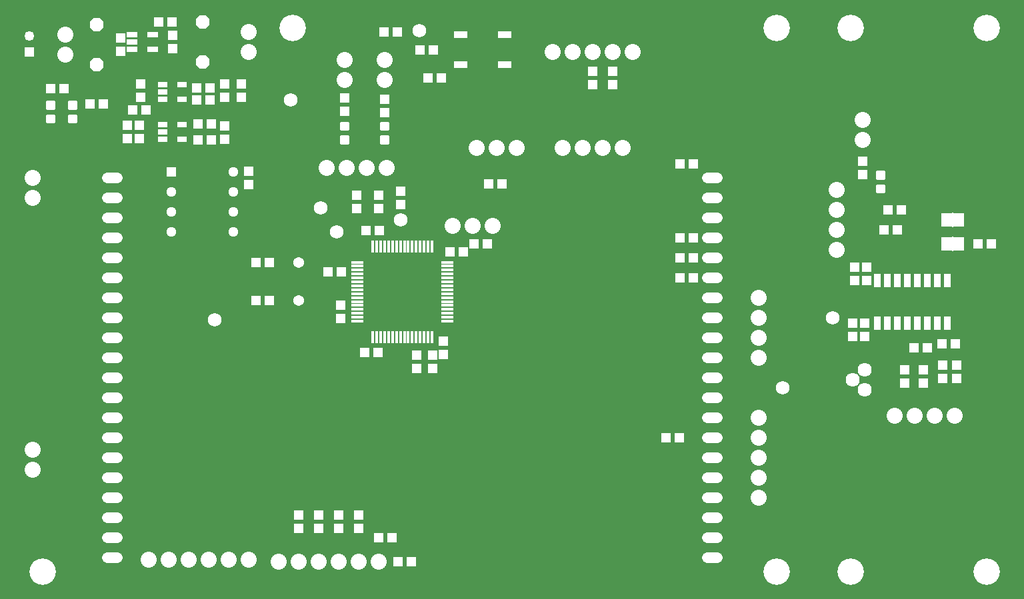
<source format=gts>
G04 EAGLE Gerber RS-274X export*
G04 #@! %TF.Part,Single*
G04 #@! %TF.FileFunction,Soldermask,Top,1*
G04 #@! %TF.FilePolarity,Negative*
G04 #@! %TF.GenerationSoftware,Autodesk,EAGLE,9.6.2*
G04 #@! %TF.CreationDate,2022-03-11T18:21:18Z*
G75*
%MOMM*%
%FSLAX34Y34*%
%LPD*%
%INSoldermask Top*%
%IPNEG*%
%AMOC8*
5,1,8,0,0,1.08239X$1,22.5*%
G01*
%ADD10C,3.352800*%
%ADD11R,1.252400X1.152400*%
%ADD12R,1.152400X1.252400*%
%ADD13P,1.896997X8X112.500000*%
%ADD14R,1.627400X0.452400*%
%ADD15R,0.452400X1.627400*%
%ADD16R,1.302400X0.752400*%
%ADD17R,0.852400X1.677400*%
%ADD18R,1.282400X1.282400*%
%ADD19C,1.282400*%
%ADD20C,2.032000*%
%ADD21R,1.252400X1.252400*%
%ADD22C,1.252400*%
%ADD23C,0.449434*%
%ADD24C,1.787400*%
%ADD25C,1.371600*%
%ADD26R,1.676400X0.914400*%
%ADD27R,1.320800X1.752600*%
%ADD28R,0.152400X1.828800*%
%ADD29C,1.371600*%
%ADD30C,1.752400*%
%ADD31R,1.352400X0.702400*%


D10*
X970280Y728980D03*
X970280Y38100D03*
X38100Y38100D03*
X355600Y728980D03*
X1064260Y728980D03*
X1236980Y728980D03*
X1236980Y38100D03*
X1064260Y38100D03*
D11*
X152790Y624840D03*
X169790Y624840D03*
D12*
X146050Y605400D03*
X146050Y588400D03*
X513080Y313300D03*
X513080Y296300D03*
X533400Y313300D03*
X533400Y296300D03*
D11*
X489340Y50800D03*
X506340Y50800D03*
X465210Y81280D03*
X482210Y81280D03*
D12*
X1066800Y353940D03*
X1066800Y336940D03*
X1082040Y353940D03*
X1082040Y336940D03*
D11*
X1144660Y322580D03*
X1161660Y322580D03*
X517280Y701040D03*
X534280Y701040D03*
X1180220Y327660D03*
X1197220Y327660D03*
D12*
X290830Y657470D03*
X290830Y640470D03*
X137160Y698890D03*
X137160Y715890D03*
X299720Y546980D03*
X299720Y529980D03*
D13*
X241300Y685800D03*
X241300Y736600D03*
X106680Y681990D03*
X106680Y732790D03*
D12*
X203200Y719700D03*
X203200Y702700D03*
D11*
X464430Y316230D03*
X447430Y316230D03*
D12*
X547370Y331080D03*
X547370Y314080D03*
D11*
X555380Y444500D03*
X572380Y444500D03*
X448700Y471170D03*
X465700Y471170D03*
D12*
X269240Y657470D03*
X269240Y640470D03*
D11*
X309000Y382270D03*
X326000Y382270D03*
X309000Y430530D03*
X326000Y430530D03*
X251070Y637540D03*
X234070Y637540D03*
D12*
X162560Y657470D03*
X162560Y640470D03*
X161290Y605400D03*
X161290Y588400D03*
X416560Y359800D03*
X416560Y376800D03*
X269240Y604130D03*
X269240Y587130D03*
D11*
X252340Y586740D03*
X235340Y586740D03*
D14*
X437920Y431200D03*
X437920Y426200D03*
X437920Y421200D03*
X437920Y416200D03*
X437920Y411200D03*
X437920Y406200D03*
X437920Y401200D03*
X437920Y396200D03*
X437920Y391200D03*
X437920Y386200D03*
X437920Y381200D03*
X437920Y376200D03*
X437920Y371200D03*
X437920Y366200D03*
X437920Y361200D03*
X437920Y356200D03*
D15*
X457800Y336320D03*
X462800Y336320D03*
X467800Y336320D03*
X472800Y336320D03*
X477800Y336320D03*
X482800Y336320D03*
X487800Y336320D03*
X492800Y336320D03*
X497800Y336320D03*
X502800Y336320D03*
X507800Y336320D03*
X512800Y336320D03*
X517800Y336320D03*
X522800Y336320D03*
X527800Y336320D03*
X532800Y336320D03*
D14*
X552680Y356200D03*
X552680Y361200D03*
X552680Y366200D03*
X552680Y371200D03*
X552680Y376200D03*
X552680Y381200D03*
X552680Y386200D03*
X552680Y391200D03*
X552680Y396200D03*
X552680Y401200D03*
X552680Y406200D03*
X552680Y411200D03*
X552680Y416200D03*
X552680Y421200D03*
X552680Y426200D03*
X552680Y431200D03*
D15*
X532800Y451080D03*
X527800Y451080D03*
X522800Y451080D03*
X517800Y451080D03*
X512800Y451080D03*
X507800Y451080D03*
X502800Y451080D03*
X497800Y451080D03*
X492800Y451080D03*
X487800Y451080D03*
X482800Y451080D03*
X477800Y451080D03*
X472800Y451080D03*
X467800Y451080D03*
X462800Y451080D03*
X457800Y451080D03*
D16*
X190700Y657200D03*
X190700Y647700D03*
X190700Y638200D03*
X215700Y638200D03*
X215700Y657200D03*
X190700Y606400D03*
X190700Y596900D03*
X190700Y587400D03*
X215700Y587400D03*
X215700Y606400D03*
D17*
X1098550Y353880D03*
X1111250Y353880D03*
X1123950Y353880D03*
X1136650Y353880D03*
X1149350Y353880D03*
X1162050Y353880D03*
X1174750Y353880D03*
X1187450Y353880D03*
X1187450Y408120D03*
X1174750Y408120D03*
X1162050Y408120D03*
X1149350Y408120D03*
X1136650Y408120D03*
X1123950Y408120D03*
X1111250Y408120D03*
X1098550Y408120D03*
D18*
X201600Y546100D03*
D19*
X201600Y520700D03*
X201600Y495300D03*
X201600Y469900D03*
X281000Y469900D03*
X281000Y495300D03*
X281000Y520700D03*
X281000Y546100D03*
D20*
X698500Y576580D03*
X723900Y576580D03*
X749300Y576580D03*
X774700Y576580D03*
X947420Y132080D03*
X947420Y157480D03*
X947420Y182880D03*
X947420Y208280D03*
X947420Y233680D03*
X947420Y309880D03*
X947420Y335280D03*
X947420Y360680D03*
X947420Y386080D03*
D21*
X21590Y698500D03*
D22*
X21590Y718500D03*
D20*
X685800Y698500D03*
X711200Y698500D03*
X736600Y698500D03*
X762000Y698500D03*
X787400Y698500D03*
X472440Y662940D03*
X472440Y688340D03*
X421640Y662940D03*
X421640Y688340D03*
X1079500Y586740D03*
X1079500Y612140D03*
X558800Y477520D03*
X584200Y477520D03*
X609600Y477520D03*
X299720Y723900D03*
X299720Y698500D03*
X589280Y576580D03*
X614680Y576580D03*
X640080Y576580D03*
X25400Y193040D03*
X25400Y167640D03*
X1046480Y523240D03*
X1046480Y497840D03*
X1046480Y472440D03*
X1046480Y447040D03*
X337820Y50800D03*
X363220Y50800D03*
X388620Y50800D03*
X414020Y50800D03*
X439420Y50800D03*
X464820Y50800D03*
X1196340Y236220D03*
X1170940Y236220D03*
X1145540Y236220D03*
X1120140Y236220D03*
X474980Y551180D03*
X449580Y551180D03*
X424180Y551180D03*
X398780Y551180D03*
X25400Y538480D03*
X25400Y513080D03*
D23*
X44745Y617045D02*
X51775Y617045D01*
X51775Y610015D01*
X44745Y610015D01*
X44745Y617045D01*
X44745Y614284D02*
X51775Y614284D01*
X51775Y634585D02*
X44745Y634585D01*
X51775Y634585D02*
X51775Y627555D01*
X44745Y627555D01*
X44745Y634585D01*
X44745Y631824D02*
X51775Y631824D01*
X72685Y617045D02*
X79715Y617045D01*
X79715Y610015D01*
X72685Y610015D01*
X72685Y617045D01*
X72685Y614284D02*
X79715Y614284D01*
X79715Y634585D02*
X72685Y634585D01*
X79715Y634585D02*
X79715Y627555D01*
X72685Y627555D01*
X72685Y634585D01*
X72685Y631824D02*
X79715Y631824D01*
X468925Y590375D02*
X475955Y590375D01*
X475955Y583345D01*
X468925Y583345D01*
X468925Y590375D01*
X468925Y587614D02*
X475955Y587614D01*
X475955Y607915D02*
X468925Y607915D01*
X475955Y607915D02*
X475955Y600885D01*
X468925Y600885D01*
X468925Y607915D01*
X468925Y605154D02*
X475955Y605154D01*
X425155Y590375D02*
X418125Y590375D01*
X425155Y590375D02*
X425155Y583345D01*
X418125Y583345D01*
X418125Y590375D01*
X418125Y587614D02*
X425155Y587614D01*
X425155Y607915D02*
X418125Y607915D01*
X425155Y607915D02*
X425155Y600885D01*
X418125Y600885D01*
X418125Y607915D01*
X418125Y605154D02*
X425155Y605154D01*
X1098845Y528145D02*
X1105875Y528145D01*
X1105875Y521115D01*
X1098845Y521115D01*
X1098845Y528145D01*
X1098845Y525384D02*
X1105875Y525384D01*
X1105875Y545685D02*
X1098845Y545685D01*
X1105875Y545685D02*
X1105875Y538655D01*
X1098845Y538655D01*
X1098845Y545685D01*
X1098845Y542924D02*
X1105875Y542924D01*
D24*
X1082040Y294640D03*
X1067040Y281940D03*
X1082040Y269240D03*
D25*
X363220Y382270D03*
X363220Y430530D03*
D12*
X585860Y454660D03*
X602860Y454660D03*
X846700Y208280D03*
X829700Y208280D03*
D11*
X492760Y504580D03*
X492760Y521580D03*
D12*
X471560Y723900D03*
X488560Y723900D03*
X544440Y665480D03*
X527440Y665480D03*
X48650Y651510D03*
X65650Y651510D03*
X115180Y632460D03*
X98180Y632460D03*
X185810Y736600D03*
X202810Y736600D03*
X621910Y530860D03*
X604910Y530860D03*
D11*
X472440Y621420D03*
X472440Y638420D03*
X421640Y622690D03*
X421640Y639690D03*
X1079500Y559680D03*
X1079500Y542680D03*
D12*
X1242940Y454660D03*
X1225940Y454660D03*
X400440Y419100D03*
X417440Y419100D03*
D11*
X1132840Y294250D03*
X1132840Y277250D03*
X436880Y516500D03*
X436880Y499500D03*
X464820Y516500D03*
X464820Y499500D03*
D12*
X1123560Y472440D03*
X1106560Y472440D03*
X1128640Y497840D03*
X1111640Y497840D03*
X251070Y652780D03*
X234070Y652780D03*
X252340Y607060D03*
X235340Y607060D03*
D11*
X1156970Y277250D03*
X1156970Y294250D03*
D12*
X847480Y462280D03*
X864480Y462280D03*
D11*
X1181100Y300600D03*
X1181100Y283600D03*
X1198880Y300600D03*
X1198880Y283600D03*
D12*
X864480Y556260D03*
X847480Y556260D03*
D26*
X568960Y720090D03*
X624840Y720090D03*
X568960Y681990D03*
X624840Y681990D03*
D27*
X1186180Y454660D03*
X1201420Y454660D03*
D28*
X1193800Y454660D03*
D27*
X1186180Y485140D03*
X1201420Y485140D03*
D28*
X1193800Y485140D03*
D29*
X133096Y538480D02*
X120904Y538480D01*
X120904Y513080D02*
X133096Y513080D01*
X133096Y487680D02*
X120904Y487680D01*
X120904Y462280D02*
X133096Y462280D01*
X133096Y436880D02*
X120904Y436880D01*
X120904Y411480D02*
X133096Y411480D01*
X133096Y386080D02*
X120904Y386080D01*
X120904Y360680D02*
X133096Y360680D01*
X133096Y335280D02*
X120904Y335280D01*
X120904Y309880D02*
X133096Y309880D01*
X133096Y284480D02*
X120904Y284480D01*
X120904Y259080D02*
X133096Y259080D01*
X133096Y233680D02*
X120904Y233680D01*
X120904Y208280D02*
X133096Y208280D01*
X133096Y182880D02*
X120904Y182880D01*
X120904Y157480D02*
X133096Y157480D01*
X133096Y132080D02*
X120904Y132080D01*
X120904Y106680D02*
X133096Y106680D01*
X133096Y81280D02*
X120904Y81280D01*
X120904Y55880D02*
X133096Y55880D01*
X882904Y538480D02*
X895096Y538480D01*
X895096Y513080D02*
X882904Y513080D01*
X882904Y487680D02*
X895096Y487680D01*
X895096Y462280D02*
X882904Y462280D01*
X882904Y436880D02*
X895096Y436880D01*
X895096Y411480D02*
X882904Y411480D01*
X882904Y386080D02*
X895096Y386080D01*
X895096Y360680D02*
X882904Y360680D01*
X882904Y335280D02*
X895096Y335280D01*
X895096Y309880D02*
X882904Y309880D01*
X882904Y284480D02*
X895096Y284480D01*
X895096Y259080D02*
X882904Y259080D01*
X882904Y233680D02*
X895096Y233680D01*
X895096Y208280D02*
X882904Y208280D01*
X882904Y182880D02*
X895096Y182880D01*
X895096Y157480D02*
X882904Y157480D01*
X882904Y132080D02*
X895096Y132080D01*
X895096Y106680D02*
X882904Y106680D01*
X882904Y81280D02*
X895096Y81280D01*
X895096Y55880D02*
X882904Y55880D01*
D30*
X977900Y271780D03*
X391160Y500380D03*
X411480Y469900D03*
X492760Y485140D03*
X516890Y725170D03*
X353060Y637540D03*
X256540Y358140D03*
X1041400Y360680D03*
D31*
X152099Y720700D03*
X152099Y711200D03*
X152099Y701700D03*
X178101Y701700D03*
X178101Y720700D03*
D12*
X847480Y436880D03*
X864480Y436880D03*
X847480Y411480D03*
X864480Y411480D03*
X1084580Y408060D03*
X1084580Y425060D03*
X1069340Y408060D03*
X1069340Y425060D03*
D20*
X67310Y720090D03*
X67310Y694690D03*
D11*
X363220Y93100D03*
X363220Y110100D03*
X388620Y93100D03*
X388620Y110100D03*
X414020Y93100D03*
X414020Y110100D03*
X439420Y93100D03*
X439420Y110100D03*
X736600Y673980D03*
X736600Y656980D03*
X762000Y673980D03*
X762000Y656980D03*
D20*
X172720Y53340D03*
X198120Y53340D03*
X223520Y53340D03*
X248920Y53340D03*
X274320Y53340D03*
X299720Y53340D03*
M02*

</source>
